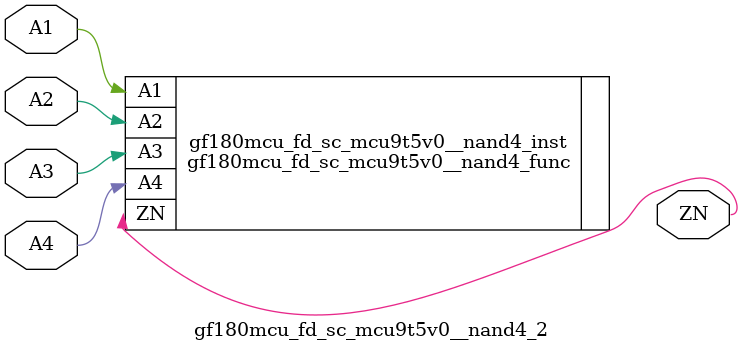
<source format=v>

`ifndef GF180MCU_FD_SC_MCU9T5V0__NAND4_2_V
`define GF180MCU_FD_SC_MCU9T5V0__NAND4_2_V

`include "gf180mcu_fd_sc_mcu9t5v0__nand4_func.v"

`ifdef USE_POWER_PINS
module gf180mcu_fd_sc_mcu9t5v0__nand4_2( ZN, A4, A3, A2, A1, VDD, VSS );
inout VDD, VSS;
`else // If not USE_POWER_PINS
module gf180mcu_fd_sc_mcu9t5v0__nand4_2( ZN, A4, A3, A2, A1 );
`endif // If not USE_POWER_PINS
input A1, A2, A3, A4;
output ZN;

`ifdef USE_POWER_PINS
  gf180mcu_fd_sc_mcu9t5v0__nand4_func gf180mcu_fd_sc_mcu9t5v0__nand4_inst(.ZN(ZN),.A4(A4),.A3(A3),.A2(A2),.A1(A1),.VDD(VDD),.VSS(VSS));
`else // If not USE_POWER_PINS
  gf180mcu_fd_sc_mcu9t5v0__nand4_func gf180mcu_fd_sc_mcu9t5v0__nand4_inst(.ZN(ZN),.A4(A4),.A3(A3),.A2(A2),.A1(A1));
`endif // If not USE_POWER_PINS

`ifndef FUNCTIONAL
	// spec_gates_begin


	// spec_gates_end



   specify

	// specify_block_begin

	// comb arc A1 --> ZN
	 (A1 => ZN) = (1.0,1.0);

	// comb arc A2 --> ZN
	 (A2 => ZN) = (1.0,1.0);

	// comb arc A3 --> ZN
	 (A3 => ZN) = (1.0,1.0);

	// comb arc A4 --> ZN
	 (A4 => ZN) = (1.0,1.0);

	// specify_block_end

   endspecify

   `endif

endmodule
`endif // GF180MCU_FD_SC_MCU9T5V0__NAND4_2_V

</source>
